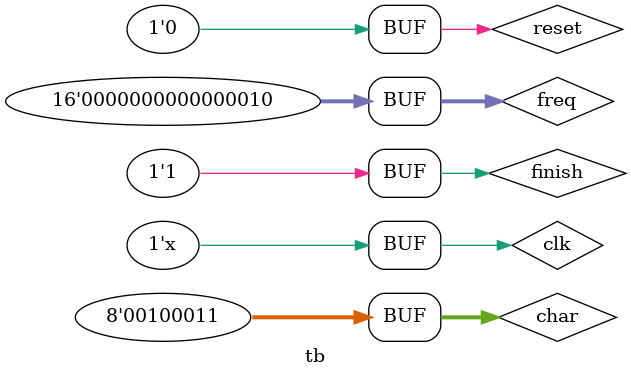
<source format=v>
`timescale 1ns / 1ps

module tb;

	// Inputs
	reg clk;
	reg reset;
	reg [7:0] char;
	reg [15:0] freq;
	reg finish;

	// Outputs
	wire [1:0] format_type;
	wire [3:0] error_code;

   /*always @(posedge clk) begin
      if (!reset && !finish) begin
         $display("%d", format_type);
      end
   end*/

	// Instantiate the Unit Under Test (UUT)
	cpu_checker uut (
		.clk(clk),
		.reset(reset),
		.char(char),
		.format_type(format_type)
	);

	initial begin
		// Initialize Inputs
		clk = 0;
		reset = 1;
		char = 0;
		freq = 2;
		finish = 0;

		#10 reset = 0;
		#2 char = "^";
#2 char = "2";
#2 char = "4";
#2 char = "2";
#2 char = "@";
#2 char = "0";
#2 char = "0";
#2 char = "0";
#2 char = "0";
#2 char = "3";
#2 char = "0";
#2 char = "f";
#2 char = "4";
#2 char = ":";
#2 char = " ";
#2 char = "$";
#2 char = "3";
#2 char = "1";
#2 char = " ";
#2 char = "<";
#2 char = "=";
#2 char = "1";
#2 char = "2";
#2 char = "3";
#2 char = "4";
#2 char = "5";
#2 char = "6";
#2 char = "7";
#2 char = "8";
#2 char = "#";
#2 char = "^";
#2 char = "2";
#2 char = "4";
#2 char = "2";
#2 char = "@";
#2 char = "0";
#2 char = "0";
#2 char = "0";
#2 char = "0";
#2 char = "3";
#2 char = "0";
#2 char = "f";
#2 char = "4";
#2 char = ":";
#2 char = " ";
#2 char = "$";
#2 char = "3";
#2 char = "1";
#2 char = " ";
#2 char = "<";
#2 char = "=";
#2 char = "1";
#2 char = "2";
#2 char = "3";
#2 char = "2";
#2 char = "1";
#2 char = "5";
#2 char = "#";
#2 char = "^";
#2 char = "2";
#2 char = "4";
#2 char = "2";
#2 char = "@";
#2 char = "0";
#2 char = "0";
#2 char = "0";
#2 char = "0";
#2 char = "3";
#2 char = "0";
#2 char = "f";
#2 char = "4";
#2 char = ":";
#2 char = " ";
#2 char = "$";
#2 char = "3";
#2 char = "1";
#2 char = " ";
#2 char = "<";
#2 char = "=";
#2 char = "1";
#2 char = "2";
#2 char = "3";
#2 char = "2";
#2 char = "1";
#2 char = "5";
#2 char = "8";
#2 char = "9";
#2 char = "9";
#2 char = "8";
#2 char = "#";
#2 char = "^";
#2 char = "2";
#2 char = "4";
#2 char = "2";
#2 char = "@";
#2 char = "0";
#2 char = "0";
#2 char = "0";
#2 char = "0";
#2 char = "3";
#2 char = "0";
#2 char = "f";
#2 char = "4";
#2 char = ":";
#2 char = " ";
#2 char = "$";
#2 char = "3";
#2 char = "1";
#2 char = " ";
#2 char = "<";
#2 char = "=";
#2 char = "#";
#2 char = "^";
#2 char = "2";
#2 char = "4";
#2 char = "2";
#2 char = "@";
#2 char = "0";
#2 char = "0";
#2 char = "0";
#2 char = "0";
#2 char = "3";
#2 char = "0";
#2 char = "f";
#2 char = "4";
#2 char = ":";
#2 char = " ";
#2 char = "$";
#2 char = "3";
#2 char = "1";
#2 char = " ";
#2 char = "<";
#2 char = "=";
#2 char = " ";
#2 char = " ";
#2 char = " ";
#2 char = "1";
#2 char = "2";
#2 char = "3";
#2 char = "2";
#2 char = "1";
#2 char = "5";
#2 char = " ";
#2 char = "#";
#2 char = "^";
#2 char = "2";
#2 char = "4";
#2 char = "2";
#2 char = "@";
#2 char = "0";
#2 char = "0";
#2 char = "0";
#2 char = "0";
#2 char = "3";
#2 char = "0";
#2 char = "f";
#2 char = "4";
#2 char = ":";
#2 char = " ";
#2 char = "$";
#2 char = "3";
#2 char = "1";
#2 char = " ";
#2 char = "<";
#2 char = "=";
#2 char = " ";
#2 char = " ";
#2 char = " ";
#2 char = "a";
#2 char = "b";
#2 char = "1";
#2 char = "2";
#2 char = "3";
#2 char = "2";
#2 char = "1";
#2 char = "5";
#2 char = " ";
#2 char = "#";
#2 char = "^";
#2 char = "2";
#2 char = "4";
#2 char = "2";
#2 char = "@";
#2 char = "0";
#2 char = "0";
#2 char = "0";
#2 char = "0";
#2 char = "3";
#2 char = "0";
#2 char = "f";
#2 char = "4";
#2 char = ":";
#2 char = " ";
#2 char = "$";
#2 char = "3";
#2 char = "1";
#2 char = " ";
#2 char = "<";
#2 char = "=";
#2 char = " ";
#2 char = " ";
#2 char = " ";
#2 char = "A";
#2 char = "b";
#2 char = "1";
#2 char = "2";
#2 char = "3";
#2 char = "2";
#2 char = "1";
#2 char = "5";
#2 char = " ";
#2 char = "#";
#2 char = "^";
#2 char = "3";
#2 char = "3";
#2 char = "8";
#2 char = "@";
#2 char = "0";
#2 char = "0";
#2 char = "0";
#2 char = "0";
#2 char = "3";
#2 char = "1";
#2 char = "3";
#2 char = "0";
#2 char = ":";
#2 char = " ";
#2 char = "*";
#2 char = "0";
#2 char = "0";
#2 char = "0";
#2 char = "0";
#2 char = "0";
#2 char = "0";
#2 char = "8";
#2 char = "8";
#2 char = " ";
#2 char = "<";
#2 char = "=";
#2 char = " ";
#2 char = "F";
#2 char = "f";
#2 char = "f";
#2 char = "f";
#2 char = "b";
#2 char = "5";
#2 char = "2";
#2 char = "8";
#2 char = "#";
#2 char = "^";
#2 char = "3";
#2 char = "3";
#2 char = "8";
#2 char = "@";
#2 char = "0";
#2 char = "0";
#2 char = "0";
#2 char = "0";
#2 char = "3";
#2 char = "1";
#2 char = "3";
#2 char = "0";
#2 char = ":";
#2 char = " ";
#2 char = "*";
#2 char = "0";
#2 char = "0";
#2 char = "0";
#2 char = "0";
#2 char = "0";
#2 char = "0";
#2 char = "8";
#2 char = "8";
#2 char = " ";
#2 char = "<";
#2 char = "=";
#2 char = " ";
#2 char = "f";
#2 char = "f";
#2 char = "f";
#2 char = "f";
#2 char = "b";
#2 char = "5";
#2 char = "2";
#2 char = "8";
#2 char = "#";
#2 char = "^";
#2 char = "3";
#2 char = "3";
#2 char = "8";
#2 char = "@";
#2 char = "0";
#2 char = "0";
#2 char = "0";
#2 char = "0";
#2 char = "3";
#2 char = "1";
#2 char = "3";
#2 char = "0";
#2 char = ":";
#2 char = " ";
#2 char = "*";
#2 char = "0";
#2 char = "0";
#2 char = "0";
#2 char = "0";
#2 char = "0";
#2 char = "0";
#2 char = "8";
#2 char = "8";
#2 char = " ";
#2 char = "<";
#2 char = "=";
#2 char = "#";
#2 char = "^";
#2 char = "3";
#2 char = "3";
#2 char = "8";
#2 char = "@";
#2 char = "0";
#2 char = "0";
#2 char = "0";
#2 char = "0";
#2 char = "3";
#2 char = "1";
#2 char = "3";
#2 char = "0";
#2 char = ":";
#2 char = " ";
#2 char = "*";
#2 char = "0";
#2 char = "0";
#2 char = "0";
#2 char = "0";
#2 char = "0";
#2 char = "0";
#2 char = "8";
#2 char = "8";
#2 char = " ";
#2 char = "<";
#2 char = "=";
#2 char = " ";
#2 char = "f";
#2 char = "f";
#2 char = "f";
#2 char = "f";
#2 char = "b";
#2 char = "5";
#2 char = "2";
#2 char = "8";
#2 char = "1";
#2 char = "2";
#2 char = "#";
#2 char = "^";
#2 char = "3";
#2 char = "3";
#2 char = "8";
#2 char = "@";
#2 char = "0";
#2 char = "0";
#2 char = "0";
#2 char = "0";
#2 char = "3";
#2 char = "1";
#2 char = "3";
#2 char = "0";
#2 char = ":";
#2 char = " ";
#2 char = "*";
#2 char = "0";
#2 char = "0";
#2 char = "0";
#2 char = "0";
#2 char = "0";
#2 char = "0";
#2 char = "8";
#2 char = "8";
#2 char = " ";
#2 char = "<";
#2 char = "=";
#2 char = " ";
#2 char = "f";
#2 char = "f";
#2 char = "f";
#2 char = "f";
#2 char = "b";
#2 char = "5";
#2 char = "2";
#2 char = "#";
#2 char = "^";
#2 char = "3";
#2 char = "3";
#2 char = "8";
#2 char = "@";
#2 char = "0";
#2 char = "0";
#2 char = "0";
#2 char = "0";
#2 char = "3";
#2 char = "1";
#2 char = "3";
#2 char = "0";
#2 char = ":";
#2 char = " ";
#2 char = "*";
#2 char = "0";
#2 char = "0";
#2 char = "0";
#2 char = "0";
#2 char = "0";
#2 char = "0";
#2 char = "8";
#2 char = "8";
#2 char = " ";
#2 char = "<";
#2 char = "=";
#2 char = " ";
#2 char = "f";
#2 char = "f";
#2 char = "f";
#2 char = "f";
#2 char = "B";
#2 char = "5";
#2 char = "2";
#2 char = "8";
#2 char = "#";
#2 char = "^";
#2 char = "3";
#2 char = "3";
#2 char = "8";
#2 char = "@";
#2 char = "0";
#2 char = "0";
#2 char = "0";
#2 char = "0";
#2 char = "3";
#2 char = "1";
#2 char = "3";
#2 char = "0";
#2 char = ":";
#2 char = " ";
#2 char = "*";
#2 char = "0";
#2 char = "0";
#2 char = "0";
#2 char = "0";
#2 char = "0";
#2 char = "0";
#2 char = "8";
#2 char = "8";
#2 char = " ";
#2 char = "<";
#2 char = "=";
#2 char = " ";
#2 char = "f";
#2 char = "f";
#2 char = "f";
#2 char = "f";
#2 char = "b";
#2 char = "5";
#2 char = "2";
#2 char = "B";
#2 char = "#";
#2 char = "^";
#2 char = "3";
#2 char = "3";
#2 char = "8";
#2 char = "@";
#2 char = "0";
#2 char = "0";
#2 char = "0";
#2 char = "0";
#2 char = "3";
#2 char = "1";
#2 char = "3";
#2 char = "0";
#2 char = ":";
#2 char = " ";
#2 char = "*";
#2 char = "0";
#2 char = "0";
#2 char = "0";
#2 char = "0";
#2 char = "0";
#2 char = "0";
#2 char = "8";
#2 char = "8";
#2 char = " ";
#2 char = "<";
#2 char = "=";
#2 char = " ";
#2 char = "f";
#2 char = "f";
#2 char = "f";
#2 char = "f";
#2 char = "b";
#2 char = "5";
#2 char = "2";
#2 char = "B";
#2 char = "#";
#2 char = "^";
#2 char = "3";
#2 char = "3";
#2 char = "8";
#2 char = "@";
#2 char = "0";
#2 char = "0";
#2 char = "0";
#2 char = "0";
#2 char = "3";
#2 char = "1";
#2 char = "3";
#2 char = "0";
#2 char = ":";
#2 char = " ";
#2 char = "*";
#2 char = "0";
#2 char = "0";
#2 char = "0";
#2 char = "0";
#2 char = "0";
#2 char = "0";
#2 char = "8";
#2 char = "8";
#2 char = " ";
#2 char = "<";
#2 char = "=";
#2 char = " ";
#2 char = "f";
#2 char = "f";
#2 char = "f";
#2 char = "f";
#2 char = "b";
#2 char = "5";
#2 char = "2";
#2 char = "B";
#2 char = " ";
#2 char = "#";
		#20
		finish = 1;
	end

    always #1 clk = ~clk;

endmodule


</source>
